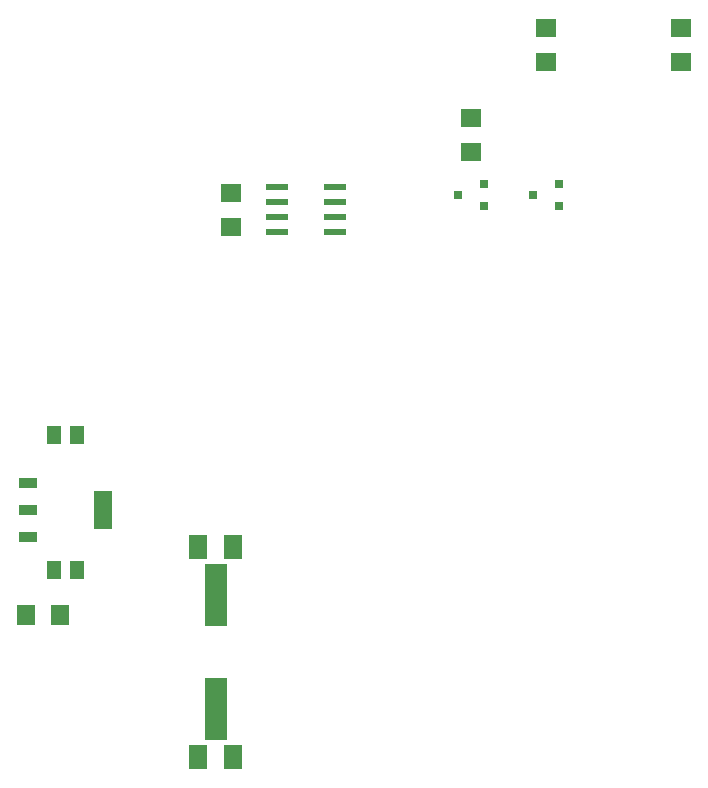
<source format=gtp>
G75*
%MOIN*%
%OFA0B0*%
%FSLAX25Y25*%
%IPPOS*%
%LPD*%
%AMOC8*
5,1,8,0,0,1.08239X$1,22.5*
%
%ADD10R,0.05118X0.06299*%
%ADD11R,0.03000X0.03000*%
%ADD12R,0.07098X0.06299*%
%ADD13R,0.06400X0.03500*%
%ADD14R,0.06400X0.12500*%
%ADD15R,0.07800X0.02200*%
%ADD16R,0.06299X0.07098*%
%ADD17R,0.07600X0.21000*%
%ADD18R,0.05906X0.07874*%
D10*
X0056056Y0118933D03*
X0063930Y0118933D03*
X0063930Y0163933D03*
X0056056Y0163933D03*
D11*
X0190793Y0244033D03*
X0199329Y0247633D03*
X0199329Y0240078D03*
X0215793Y0244033D03*
X0224329Y0247633D03*
X0224329Y0240078D03*
D12*
X0194993Y0258335D03*
X0194993Y0269531D03*
X0219993Y0288335D03*
X0219993Y0299531D03*
X0264993Y0299531D03*
X0264993Y0288335D03*
X0114993Y0244531D03*
X0114993Y0233335D03*
D13*
X0047393Y0148033D03*
X0047393Y0138933D03*
X0047393Y0129833D03*
D14*
X0072593Y0138933D03*
D15*
X0130293Y0231433D03*
X0130293Y0236433D03*
X0130293Y0241433D03*
X0130293Y0246433D03*
X0149693Y0246433D03*
X0149693Y0241433D03*
X0149693Y0236433D03*
X0149693Y0231433D03*
D16*
X0058091Y0103933D03*
X0046895Y0103933D03*
D17*
X0109993Y0110433D03*
X0109993Y0072433D03*
D18*
X0104087Y0056433D03*
X0115899Y0056433D03*
X0115899Y0126433D03*
X0104087Y0126433D03*
M02*

</source>
